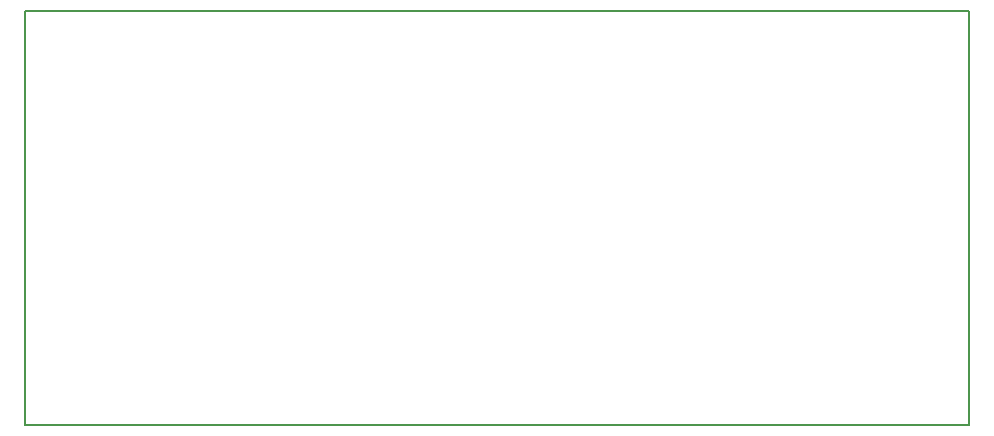
<source format=gbr>
G04 #@! TF.GenerationSoftware,KiCad,Pcbnew,(5.0.1-3-g963ef8bb5)*
G04 #@! TF.CreationDate,2018-11-25T15:23:06-05:00*
G04 #@! TF.ProjectId,usb-hub,7573622D6875622E6B696361645F7063,rev?*
G04 #@! TF.SameCoordinates,Original*
G04 #@! TF.FileFunction,Profile,NP*
%FSLAX46Y46*%
G04 Gerber Fmt 4.6, Leading zero omitted, Abs format (unit mm)*
G04 Created by KiCad (PCBNEW (5.0.1-3-g963ef8bb5)) date Sunday, November 25, 2018 at 03:23:06 PM*
%MOMM*%
%LPD*%
G01*
G04 APERTURE LIST*
%ADD10C,0.150000*%
G04 APERTURE END LIST*
D10*
X20000000Y-15000000D02*
X100000000Y-15000000D01*
X100000000Y-15000000D02*
X100000000Y-50000000D01*
X20000000Y-50000000D02*
X100000000Y-50000000D01*
X20000000Y-15000000D02*
X20000000Y-50000000D01*
M02*

</source>
